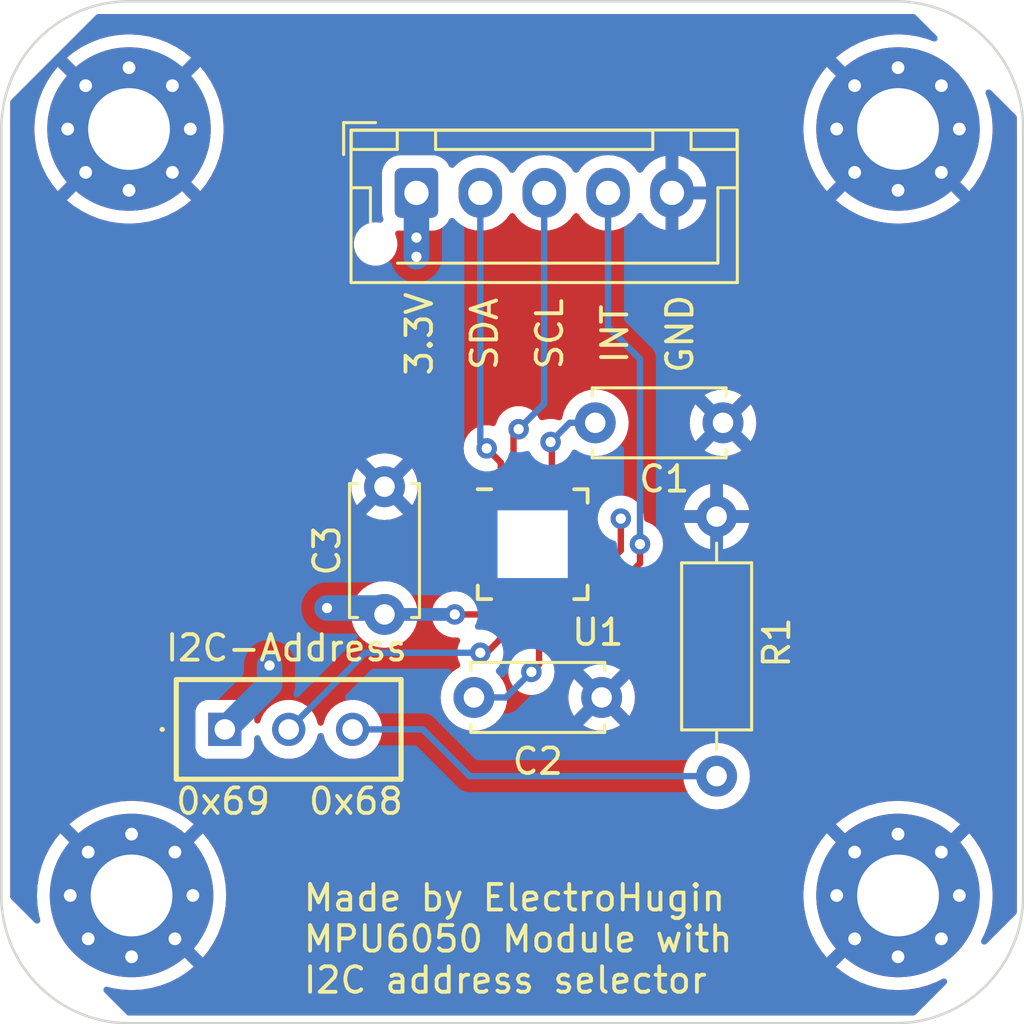
<source format=kicad_pcb>
(kicad_pcb (version 20221018) (generator pcbnew)
  (layers (0 "F.Cu" signal) (1 "In1.Cu" power) (2 "In2.Cu" power) (31 "B.Cu" signal) (34 "B.Paste" user) (35 "F.Paste" user) (36 "B.SilkS" user "B.Silkscreen") (37 "F.SilkS" user "F.Silkscreen") (38 "B.Mask" user) (39 "F.Mask" user) (44 "Edge.Cuts" user))
  (net 0 "")
  (net 1 "Net-(U1-CPOUT)")
  (net 2 "GND")
  (net 3 "Net-(U1-REGOUT)")
  (net 4 "+3.3V")
  (net 5 "/SDA")
  (net 6 "/SCL")
  (net 7 "/MPU6050")
  (net 21 "Net-(SW1-C)")
  (net 22 "Net-(SW1-B)")
  (footprint "Capacitor_THT:C_Disc_D5.0mm_W2.5mm_P5.00mm" (layer "F.Cu") (at 135.25 78.5 -90)
    (fp_text reference "C3" (at 2.5 2.25 90) (layer "F.SilkS"))
    (fp_text value "0.1u")
    (fp_line (start -0.12 -1.37) (end -0.12 -1.055) (stroke (width 0.12)) (layer "F.SilkS"))
    (fp_line (start -0.12 -1.37) (end 5.12 -1.37) (stroke (width 0.12)) (layer "F.SilkS"))
    (fp_line (start -0.12 1.055) (end -0.12 1.37) (stroke (width 0.12)) (layer "F.SilkS"))
    (fp_line (start -0.12 1.37) (end 5.12 1.37) (stroke (width 0.12)) (layer "F.SilkS"))
    (fp_line (start 5.12 -1.37) (end 5.12 -1.055) (stroke (width 0.12)) (layer "F.SilkS"))
    (fp_line (start 5.12 1.055) (end 5.12 1.37) (stroke (width 0.12)) (layer "F.SilkS"))
    (pad "1" thru_hole circle (at 0 0 270) (size 1.6 1.6) (drill 0.8) (layers "*.Cu" "*.Mask") (net 2 "GND"))
    (pad "2" thru_hole circle (at 5 0 270) (size 1.6 1.6) (drill 0.8) (layers "*.Cu" "*.Mask") (net 4 "+3.3V"))
  )
  (footprint "Capacitor_THT:C_Disc_D5.0mm_W2.5mm_P5.00mm" (layer "F.Cu") (at 143.75 86.75 180)
    (fp_text reference "C2" (at 2.5 -2.5) (layer "F.SilkS"))
    (fp_text value "0.1u")
    (fp_line (start -0.12 -1.37) (end -0.12 -1.055) (stroke (width 0.12)) (layer "F.SilkS"))
    (fp_line (start -0.12 -1.37) (end 5.12 -1.37) (stroke (width 0.12)) (layer "F.SilkS"))
    (fp_line (start -0.12 1.055) (end -0.12 1.37) (stroke (width 0.12)) (layer "F.SilkS"))
    (fp_line (start -0.12 1.37) (end 5.12 1.37) (stroke (width 0.12)) (layer "F.SilkS"))
    (fp_line (start 5.12 -1.37) (end 5.12 -1.055) (stroke (width 0.12)) (layer "F.SilkS"))
    (fp_line (start 5.12 1.055) (end 5.12 1.37) (stroke (width 0.12)) (layer "F.SilkS"))
    (pad "1" thru_hole circle (at 0 0 180) (size 1.6 1.6) (drill 0.8) (layers "*.Cu" "*.Mask") (net 2 "GND"))
    (pad "2" thru_hole circle (at 5 0 180) (size 1.6 1.6) (drill 0.8) (layers "*.Cu" "*.Mask") (net 3 "Net-(U1-REGOUT)"))
  )
  (footprint "MountingHole:MountingHole_3.2mm_M3_Pad_Via" (layer "F.Cu") (at 155.35 94.5)
    (fp_text reference "H3" hide)
    (fp_text value "Hole_Pad" hide)
    (pad "1" thru_hole circle (at -2.4 0) (size 0.8 0.8) (drill 0.5) (layers "*.Cu" "*.Mask") (net 2 "GND"))
    (pad "1" thru_hole circle (at -1.697056 -1.697056) (size 0.8 0.8) (drill 0.5) (layers "*.Cu" "*.Mask") (net 2 "GND"))
    (pad "1" thru_hole circle (at -1.697056 1.697056) (size 0.8 0.8) (drill 0.5) (layers "*.Cu" "*.Mask") (net 2 "GND"))
    (pad "1" thru_hole circle (at 0 -2.4) (size 0.8 0.8) (drill 0.5) (layers "*.Cu" "*.Mask") (net 2 "GND"))
    (pad "1" thru_hole circle (at 0 0) (size 6.4 6.4) (drill 3.2) (layers "*.Cu" "*.Mask") (net 2 "GND"))
    (pad "1" thru_hole circle (at 0 2.4) (size 0.8 0.8) (drill 0.5) (layers "*.Cu" "*.Mask") (net 2 "GND"))
    (pad "1" thru_hole circle (at 1.697056 -1.697056) (size 0.8 0.8) (drill 0.5) (layers "*.Cu" "*.Mask") (net 2 "GND"))
    (pad "1" thru_hole circle (at 1.697056 1.697056) (size 0.8 0.8) (drill 0.5) (layers "*.Cu" "*.Mask") (net 2 "GND"))
    (pad "1" thru_hole circle (at 2.4 0) (size 0.8 0.8) (drill 0.5) (layers "*.Cu" "*.Mask") (net 2 "GND"))
  )
  (footprint "Resistor_THT:R_Axial_DIN0207_L6.3mm_D2.5mm_P10.16mm_Horizontal" (layer "F.Cu") (at 148.25 89.83 90)
    (fp_text reference "R1" (at 5.23 2.35 90) (layer "F.SilkS"))
    (fp_text value "4k7")
    (fp_line (start 1.04 0) (end 1.81 0) (stroke (width 0.12)) (layer "F.SilkS"))
    (fp_line (start 1.81 -1.37) (end 1.81 1.37) (stroke (width 0.12)) (layer "F.SilkS"))
    (fp_line (start 1.81 1.37) (end 8.35 1.37) (stroke (width 0.12)) (layer "F.SilkS"))
    (fp_line (start 8.35 -1.37) (end 1.81 -1.37) (stroke (width 0.12)) (layer "F.SilkS"))
    (fp_line (start 8.35 1.37) (end 8.35 -1.37) (stroke (width 0.12)) (layer "F.SilkS"))
    (fp_line (start 9.12 0) (end 8.35 0) (stroke (width 0.12)) (layer "F.SilkS"))
    (pad "1" thru_hole circle (at 0 0 90) (size 1.6 1.6) (drill 0.8) (layers "*.Cu" "*.Mask") (net 21 "Net-(SW1-C)"))
    (pad "2" thru_hole oval (at 10.16 0 90) (size 1.6 1.6) (drill 0.8) (layers "*.Cu" "*.Mask") (net 2 "GND"))
  )
  (footprint "MountingHole:MountingHole_3.2mm_M3_Pad_Via" (layer "F.Cu") (at 125.25 64.5)
    (fp_text reference "H1" hide)
    (fp_text value "Hole_Pad" hide)
    (pad "1" thru_hole circle (at -2.4 0) (size 0.8 0.8) (drill 0.5) (layers "*.Cu" "*.Mask") (net 2 "GND"))
    (pad "1" thru_hole circle (at -1.697056 -1.697056) (size 0.8 0.8) (drill 0.5) (layers "*.Cu" "*.Mask") (net 2 "GND"))
    (pad "1" thru_hole circle (at -1.697056 1.697056) (size 0.8 0.8) (drill 0.5) (layers "*.Cu" "*.Mask") (net 2 "GND"))
    (pad "1" thru_hole circle (at 0 -2.4) (size 0.8 0.8) (drill 0.5) (layers "*.Cu" "*.Mask") (net 2 "GND"))
    (pad "1" thru_hole circle (at 0 0) (size 6.4 6.4) (drill 3.2) (layers "*.Cu" "*.Mask") (net 2 "GND"))
    (pad "1" thru_hole circle (at 0 2.4) (size 0.8 0.8) (drill 0.5) (layers "*.Cu" "*.Mask") (net 2 "GND"))
    (pad "1" thru_hole circle (at 1.697056 -1.697056) (size 0.8 0.8) (drill 0.5) (layers "*.Cu" "*.Mask") (net 2 "GND"))
    (pad "1" thru_hole circle (at 1.697056 1.697056) (size 0.8 0.8) (drill 0.5) (layers "*.Cu" "*.Mask") (net 2 "GND"))
    (pad "1" thru_hole circle (at 2.4 0) (size 0.8 0.8) (drill 0.5) (layers "*.Cu" "*.Mask") (net 2 "GND"))
  )
  (footprint "MountingHole:MountingHole_3.2mm_M3_Pad_Via" (layer "F.Cu") (at 155.35 64.5)
    (fp_text reference "H2" hide)
    (fp_text value "Hole_Pad" hide)
    (pad "1" thru_hole circle (at -2.4 0) (size 0.8 0.8) (drill 0.5) (layers "*.Cu" "*.Mask") (net 2 "GND"))
    (pad "1" thru_hole circle (at -1.697056 -1.697056) (size 0.8 0.8) (drill 0.5) (layers "*.Cu" "*.Mask") (net 2 "GND"))
    (pad "1" thru_hole circle (at -1.697056 1.697056) (size 0.8 0.8) (drill 0.5) (layers "*.Cu" "*.Mask") (net 2 "GND"))
    (pad "1" thru_hole circle (at 0 -2.4) (size 0.8 0.8) (drill 0.5) (layers "*.Cu" "*.Mask") (net 2 "GND"))
    (pad "1" thru_hole circle (at 0 0) (size 6.4 6.4) (drill 3.2) (layers "*.Cu" "*.Mask") (net 2 "GND"))
    (pad "1" thru_hole circle (at 0 2.4) (size 0.8 0.8) (drill 0.5) (layers "*.Cu" "*.Mask") (net 2 "GND"))
    (pad "1" thru_hole circle (at 1.697056 -1.697056) (size 0.8 0.8) (drill 0.5) (layers "*.Cu" "*.Mask") (net 2 "GND"))
    (pad "1" thru_hole circle (at 1.697056 1.697056) (size 0.8 0.8) (drill 0.5) (layers "*.Cu" "*.Mask") (net 2 "GND"))
    (pad "1" thru_hole circle (at 2.4 0) (size 0.8 0.8) (drill 0.5) (layers "*.Cu" "*.Mask") (net 2 "GND"))
  )
  (footprint "SamacSys:SLW8839352AD" (layer "F.Cu") (at 129 88)
    (fp_text reference "SW1" hide)
    (fp_text value "SW_SPDT" hide)
    (fp_line (start -2.5 0) (end -2.5 0) (stroke (width 0.1)) (layer "F.SilkS"))
    (fp_line (start -2.4 0) (end -2.4 0) (stroke (width 0.1)) (layer "F.SilkS"))
    (fp_line (start -1.9 -1.95) (end 6.9 -1.95) (stroke (width 0.2)) (layer "F.SilkS"))
    (fp_line (start -1.9 1.95) (end -1.9 -1.95) (stroke (width 0.2)) (layer "F.SilkS"))
    (fp_line (start 6.9 -1.95) (end 6.9 1.95) (stroke (width 0.2)) (layer "F.SilkS"))
    (fp_line (start 6.9 1.95) (end -1.9 1.95) (stroke (width 0.2)) (layer "F.SilkS"))
    (fp_arc (start -2.5 0) (mid -2.45 -0.05) (end -2.4 0) (stroke (width 0.1)) (layer "F.SilkS"))
    (fp_arc (start -2.4 0) (mid -2.45 0.05) (end -2.5 0) (stroke (width 0.1)) (layer "F.SilkS"))
    (pad "1" thru_hole rect (at 0 0) (size 1.3 1.3) (drill 0.8) (layers "*.Cu" "*.Mask") (net 4 "+3.3V"))
    (pad "2" thru_hole circle (at 2.5 0) (size 1.3 1.3) (drill 0.8) (layers "*.Cu" "*.Mask") (net 22 "Net-(SW1-B)"))
    (pad "3" thru_hole circle (at 5 0) (size 1.3 1.3) (drill 0.8) (layers "*.Cu" "*.Mask") (net 21 "Net-(SW1-C)"))
  )
  (footprint "Capacitor_THT:C_Disc_D5.0mm_W2.5mm_P5.00mm" (layer "F.Cu") (at 143.5 76)
    (fp_text reference "C1" (at 2.7 2.2) (layer "F.SilkS"))
    (fp_text value "2200p")
    (fp_line (start -0.12 -1.37) (end -0.12 -1.055) (stroke (width 0.12)) (layer "F.SilkS"))
    (fp_line (start -0.12 -1.37) (end 5.12 -1.37) (stroke (width 0.12)) (layer "F.SilkS"))
    (fp_line (start -0.12 1.055) (end -0.12 1.37) (stroke (width 0.12)) (layer "F.SilkS"))
    (fp_line (start -0.12 1.37) (end 5.12 1.37) (stroke (width 0.12)) (layer "F.SilkS"))
    (fp_line (start 5.12 -1.37) (end 5.12 -1.055) (stroke (width 0.12)) (layer "F.SilkS"))
    (fp_line (start 5.12 1.055) (end 5.12 1.37) (stroke (width 0.12)) (layer "F.SilkS"))
    (pad "1" thru_hole circle (at 0 0) (size 1.6 1.6) (drill 0.8) (layers "*.Cu" "*.Mask") (net 1 "Net-(U1-CPOUT)"))
    (pad "2" thru_hole circle (at 5 0) (size 1.6 1.6) (drill 0.8) (layers "*.Cu" "*.Mask") (net 2 "GND"))
  )
  (footprint "MountingHole:MountingHole_3.2mm_M3_Pad_Via" (layer "F.Cu") (at 125.35 94.5)
    (fp_text reference "H4" hide)
    (fp_text value "Hole_Pad" hide)
    (pad "1" thru_hole circle (at -2.4 0) (size 0.8 0.8) (drill 0.5) (layers "*.Cu" "*.Mask") (net 2 "GND"))
    (pad "1" thru_hole circle (at -1.697056 -1.697056) (size 0.8 0.8) (drill 0.5) (layers "*.Cu" "*.Mask") (net 2 "GND"))
    (pad "1" thru_hole circle (at -1.697056 1.697056) (size 0.8 0.8) (drill 0.5) (layers "*.Cu" "*.Mask") (net 2 "GND"))
    (pad "1" thru_hole circle (at 0 -2.4) (size 0.8 0.8) (drill 0.5) (layers "*.Cu" "*.Mask") (net 2 "GND"))
    (pad "1" thru_hole circle (at 0 0) (size 6.4 6.4) (drill 3.2) (layers "*.Cu" "*.Mask") (net 2 "GND"))
    (pad "1" thru_hole circle (at 0 2.4) (size 0.8 0.8) (drill 0.5) (layers "*.Cu" "*.Mask") (net 2 "GND"))
    (pad "1" thru_hole circle (at 1.697056 -1.697056) (size 0.8 0.8) (drill 0.5) (layers "*.Cu" "*.Mask") (net 2 "GND"))
    (pad "1" thru_hole circle (at 1.697056 1.697056) (size 0.8 0.8) (drill 0.5) (layers "*.Cu" "*.Mask") (net 2 "GND"))
    (pad "1" thru_hole circle (at 2.4 0) (size 0.8 0.8) (drill 0.5) (layers "*.Cu" "*.Mask") (net 2 "GND"))
  )
  (footprint "Connector_JST:JST_XH_B5B-XH-AM_1x05_P2.50mm_Vertical" (layer "F.Cu") (at 136.5 67)
    (fp_text reference "J1" hide)
    (fp_text value "Conn_01x05" hide)
    (fp_line (start -2.85 -2.75) (end -2.85 -1.5) (stroke (width 0.12)) (layer "F.SilkS"))
    (fp_line (start -2.56 -2.46) (end -2.56 3.51) (stroke (width 0.12)) (layer "F.SilkS"))
    (fp_line (start -2.56 3.51) (end 12.56 3.51) (stroke (width 0.12)) (layer "F.SilkS"))
    (fp_line (start -2.55 -2.45) (end -2.55 -1.7) (stroke (width 0.12)) (layer "F.SilkS"))
    (fp_line (start -2.55 -1.7) (end -0.75 -1.7) (stroke (width 0.12)) (layer "F.SilkS"))
    (fp_line (start -2.55 -0.2) (end -1.8 -0.2) (stroke (width 0.12)) (layer "F.SilkS"))
    (fp_line (start -1.8 -0.2) (end -1.8 1.14) (stroke (width 0.12)) (layer "F.SilkS"))
    (fp_line (start -1.6 -2.75) (end -2.85 -2.75) (stroke (width 0.12)) (layer "F.SilkS"))
    (fp_line (start -0.75 -2.45) (end -2.55 -2.45) (stroke (width 0.12)) (layer "F.SilkS"))
    (fp_line (start -0.75 -1.7) (end -0.75 -2.45) (stroke (width 0.12)) (layer "F.SilkS"))
    (fp_line (start 0.75 -2.45) (end 0.75 -1.7) (stroke (width 0.12)) (layer "F.SilkS"))
    (fp_line (start 0.75 -1.7) (end 9.25 -1.7) (stroke (width 0.12)) (layer "F.SilkS"))
    (fp_line (start 5 2.75) (end -0.74 2.75) (stroke (width 0.12)) (layer "F.SilkS"))
    (fp_line (start 9.25 -2.45) (end 0.75 -2.45) (stroke (width 0.12)) (layer "F.SilkS"))
    (fp_line (start 9.25 -1.7) (end 9.25 -2.45) (stroke (width 0.12)) (layer "F.SilkS"))
    (fp_line (start 10.75 -2.45) (end 10.75 -1.7) (stroke (width 0.12)) (layer "F.SilkS"))
    (fp_line (start 10.75 -1.7) (end 12.55 -1.7) (stroke (width 0.12)) (layer "F.SilkS"))
    (fp_line (start 11.8 -0.2) (end 11.8 2.75) (stroke (width 0.12)) (layer "F.SilkS"))
    (fp_line (start 11.8 2.75) (end 5 2.75) (stroke (width 0.12)) (layer "F.SilkS"))
    (fp_line (start 12.55 -2.45) (end 10.75 -2.45) (stroke (width 0.12)) (layer "F.SilkS"))
    (fp_line (start 12.55 -1.7) (end 12.55 -2.45) (stroke (width 0.12)) (layer "F.SilkS"))
    (fp_line (start 12.55 -0.2) (end 11.8 -0.2) (stroke (width 0.12)) (layer "F.SilkS"))
    (fp_line (start 12.56 -2.46) (end -2.56 -2.46) (stroke (width 0.12)) (layer "F.SilkS"))
    (fp_line (start 12.56 3.51) (end 12.56 -2.46) (stroke (width 0.12)) (layer "F.SilkS"))
    (pad "" np_thru_hole circle (at -1.6 2) (size 1.2 1.2) (drill 1.2) (layers "*.Cu" "*.Mask"))
    (pad "1" thru_hole roundrect (at 0 0) (size 1.7 1.95) (drill 0.95) (layers "*.Cu" "*.Mask") (roundrect_rratio 0.147059) (net 4 "+3.3V"))
    (pad "2" thru_hole oval (at 2.5 0) (size 1.7 1.95) (drill 0.95) (layers "*.Cu" "*.Mask") (net 5 "/SDA"))
    (pad "3" thru_hole oval (at 5 0) (size 1.7 1.95) (drill 0.95) (layers "*.Cu" "*.Mask") (net 6 "/SCL"))
    (pad "4" thru_hole oval (at 7.5 0) (size 1.7 1.95) (drill 0.95) (layers "*.Cu" "*.Mask") (net 7 "/MPU6050"))
    (pad "5" thru_hole oval (at 10 0) (size 1.7 1.95) (drill 0.95) (layers "*.Cu" "*.Mask") (net 2 "GND"))
  )
  (footprint "Sensor_Motion:InvenSense_QFN-24_4x4mm_P0.5mm" (layer "F.Cu") (at 141.05 80.75)
    (fp_text reference "U1" (at 2.55 3.45) (layer "F.SilkS"))
    (fp_text value "MPU-6050")
    (fp_line (start -2.15 -2.15) (end -1.625 -2.15) (stroke (width 0.15)) (layer "F.SilkS"))
    (fp_line (start -2.15 2.15) (end -2.15 1.625) (stroke (width 0.15)) (layer "F.SilkS"))
    (fp_line (start -2.15 2.15) (end -1.625 2.15) (stroke (width 0.15)) (layer "F.SilkS"))
    (fp_line (start 2.15 -2.15) (end 1.625 -2.15) (stroke (width 0.15)) (layer "F.SilkS"))
    (fp_line (start 2.15 -2.15) (end 2.15 -1.625) (stroke (width 0.15)) (layer "F.SilkS"))
    (fp_line (start 2.15 2.15) (end 1.625 2.15) (stroke (width 0.15)) (layer "F.SilkS"))
    (fp_line (start 2.15 2.15) (end 2.15 1.625) (stroke (width 0.15)) (layer "F.SilkS"))
    (pad "1" smd roundrect (at -1.95 -1.25) (size 0.85 0.3) (layers "F.Cu" "F.Paste" "F.Mask") (net 2 "GND"))
    (pad "2" smd roundrect (at -1.95 -0.75) (size 0.85 0.3) (layers "F.Cu" "F.Paste" "F.Mask"))
    (pad "3" smd roundrect (at -1.95 -0.25) (size 0.85 0.3) (layers "F.Cu" "F.Paste" "F.Mask"))
    (pad "4" smd roundrect (at -1.95 0.25) (size 0.85 0.3) (layers "F.Cu" "F.Paste" "F.Mask"))
    (pad "5" smd roundrect (at -1.95 0.75) (size 0.85 0.3) (layers "F.Cu" "F.Paste" "F.Mask"))
    (pad "6" smd roundrect (at -1.95 1.25) (size 0.85 0.3) (layers "F.Cu" "F.Paste" "F.Mask"))
    (pad "7" smd roundrect (at -1.25 1.95 90) (size 0.85 0.3) (layers "F.Cu" "F.Paste" "F.Mask"))
    (pad "8" smd roundrect (at -0.75 1.95 90) (size 0.85 0.3) (layers "F.Cu" "F.Paste" "F.Mask") (net 4 "+3.3V"))
    (pad "9" smd roundrect (at -0.25 1.95 90) (size 0.85 0.3) (layers "F.Cu" "F.Paste" "F.Mask") (net 22 "Net-(SW1-B)"))
    (pad "10" smd roundrect (at 0.25 1.95 90) (size 0.85 0.3) (layers "F.Cu" "F.Paste" "F.Mask") (net 3 "Net-(U1-REGOUT)"))
    (pad "11" smd roundrect (at 0.75 1.95 90) (size 0.85 0.3) (layers "F.Cu" "F.Paste" "F.Mask") (net 2 "GND"))
    (pad "12" smd roundrect (at 1.25 1.95 90) (size 0.85 0.3) (layers "F.Cu" "F.Paste" "F.Mask") (net 7 "/MPU6050"))
    (pad "13" smd roundrect (at 1.95 1.25) (size 0.85 0.3) (layers "F.Cu" "F.Paste" "F.Mask") (net 4 "+3.3V"))
    (pad "14" smd roundrect (at 1.95 0.75) (size 0.85 0.3) (layers "F.Cu" "F.Paste" "F.Mask"))
    (pad "15" smd roundrect (at 1.95 0.25) (size 0.85 0.3) (layers "F.Cu" "F.Paste" "F.Mask"))
    (pad "16" smd roundrect (at 1.95 -0.25) (size 0.85 0.3) (layers "F.Cu" "F.Paste" "F.Mask"))
    (pad "17" smd roundrect (at 1.95 -0.75) (size 0.85 0.3) (layers "F.Cu" "F.Paste" "F.Mask"))
    (pad "18" smd roundrect (at 1.95 -1.25) (size 0.85 0.3) (layers "F.Cu" "F.Paste" "F.Mask") (net 2 "GND"))
    (pad "19" smd roundrect (at 1.25 -1.95 90) (size 0.85 0.3) (layers "F.Cu" "F.Paste" "F.Mask"))
    (pad "20" smd roundrect (at 0.75 -1.95 90) (size 0.85 0.3) (layers "F.Cu" "F.Paste" "F.Mask") (net 1 "Net-(U1-CPOUT)"))
    (pad "21" smd roundrect (at 0.25 -1.95 90) (size 0.85 0.3) (layers "F.Cu" "F.Paste" "F.Mask"))
    (pad "22" smd roundrect (at -0.25 -1.95 90) (size 0.85 0.3) (layers "F.Cu" "F.Paste" "F.Mask"))
    (pad "23" smd roundrect (at -0.75 -1.95 90) (size 0.85 0.3) (layers "F.Cu" "F.Paste" "F.Mask") (net 6 "/SCL"))
    (pad "24" smd roundrect (at -1.25 -1.95 90) (size 0.85 0.3) (layers "F.Cu" "F.Paste" "F.Mask") (net 5 "/SDA"))
    (zone (net 0) (net_name "") (layer "F.Cu") (connect_pads (clearance 0)) (min_thickness 0.254)
      (keepout (tracks not_allowed) (vias not_allowed) (pads not_allowed) (copperpour not_allowed) (footprints allowed))
      (fill (thermal_gap 0.508) (thermal_bridge_width 0.508))
      (polygon (pts (xy 139.675 79.425) (xy 142.425 79.425) (xy 142.425 82.075) (xy 139.675 82.075)))
    )
  )
  (gr_line (start 155.25 59.5) (end 125.25 59.5) (stroke (width 0.1)) (layer "Edge.Cuts"))
  (gr_arc (start 155.25 59.5) (mid 158.785534 60.964466) (end 160.25 64.5) (stroke (width 0.1)) (layer "Edge.Cuts"))
  (gr_arc (start 120.25 64.5) (mid 121.714466 60.964466) (end 125.25 59.5) (stroke (width 0.1)) (layer "Edge.Cuts"))
  (gr_line (start 125.25 99.5) (end 155.25 99.5) (stroke (width 0.1)) (layer "Edge.Cuts"))
  (gr_line (start 160.25 94.5) (end 160.25 64.5) (stroke (width 0.1)) (layer "Edge.Cuts"))
  (gr_line (start 120.25 64.5) (end 120.25 94.5) (stroke (width 0.1)) (layer "Edge.Cuts"))
  (gr_arc (start 125.25 99.5) (mid 121.714466 98.035534) (end 120.25 94.5) (stroke (width 0.1)) (layer "Edge.Cuts"))
  (gr_arc (start 160.25 94.5) (mid 158.785534 98.035534) (end 155.25 99.5) (stroke (width 0.1)) (layer "Edge.Cuts"))
  (gr_text "GND" (at 147.4 74.142857 90) (layer "F.SilkS") (effects (font (size 1 1)) (justify left bottom)))
  (gr_text "INT" (at 144.85 73.761904 90) (layer "F.SilkS") (effects (font (size 1 1)) (justify left bottom)))
  (gr_text "SDA" (at 139.75 74.023809 90) (layer "F.SilkS") (effects (font (size 1 1)) (justify left bottom)))
  (gr_text "3.3V" (at 137.2 74.238095 90) (layer "F.SilkS") (effects (font (size 1 1)) (justify left bottom)))
  (gr_text "SCL" (at 142.3 74 90) (layer "F.SilkS") (effects (font (size 1 1)) (justify left bottom)))
  (gr_text "I2C-Address" (at 126.6 85.4) (layer "F.SilkS") (effects (font (size 1 1)) (justify left bottom)))
  (gr_text "0x68" (at 132.2 91.4) (layer "F.SilkS") (effects (font (size 1 1)) (justify left bottom)))
  (gr_text "Made by ElectroHugin\nMPU6050 Module with \nI2C address selector" (at 132 98.4) (layer "F.SilkS") (effects (font (size 1 1)) (justify left bottom)))
  (gr_text "0x69" (at 127 91.4) (layer "F.SilkS") (effects (font (size 1 1)) (justify left bottom)))
  (segment (start 141.75 76.75) (end 141.8 76.8) (width 0.25) (layer "F.Cu") (net 1))
  (segment (start 141.8 76.8) (end 141.8 78.8) (width 0.25) (layer "F.Cu") (net 1))
  (via (at 141.75 76.75) (size 0.8) (drill 0.4) (layers "F.Cu" "B.Cu") (net 1))
  (segment (start 143.5 76) (end 142.5 76) (width 0.25) (layer "B.Cu") (net 1))
  (segment (start 142.5 76) (end 141.75 76.75) (width 0.25) (layer "B.Cu") (net 1))
  (segment (start 143 79.5) (end 143 79) (width 0.25) (layer "F.Cu") (net 2))
  (segment (start 143 79) (end 143.4 78.6) (width 0.25) (layer "F.Cu") (net 2))
  (segment (start 141.8 83.4) (end 142.3 83.9) (width 0.25) (layer "F.Cu") (net 2))
  (segment (start 141.8 82.7) (end 141.8 83.4) (width 0.25) (layer "F.Cu") (net 2))
  (segment (start 139.1 79.5) (end 138.7 79.5) (width 0.25) (layer "F.Cu") (net 2))
  (segment (start 138.7 79.5) (end 138 78.8) (width 0.25) (layer "F.Cu") (net 2))
  (segment (start 141.3 85.45) (end 141.3 82.7) (width 0.25) (layer "F.Cu") (net 3))
  (segment (start 141 85.75) (end 141.3 85.45) (width 0.25) (layer "F.Cu") (net 3))
  (via (at 141 85.75) (size 0.8) (drill 0.4) (layers "F.Cu" "B.Cu") (net 3))
  (segment (start 140 86.75) (end 141 85.75) (width 0.25) (layer "B.Cu") (net 3))
  (segment (start 141 85.75) (end 140.875 85.875) (width 0.25) (layer "B.Cu") (net 3))
  (segment (start 138.75 86.75) (end 140 86.75) (width 0.25) (layer "B.Cu") (net 3))
  (segment (start 144.5 80.990685) (end 144.5 79.75) (width 0.25) (layer "F.Cu") (net 4))
  (segment (start 140.3 82.7) (end 140.3 83.190685) (width 0.25) (layer "F.Cu") (net 4))
  (segment (start 143 82) (end 143.490685 82) (width 0.25) (layer "F.Cu") (net 4))
  (segment (start 143.490685 82) (end 144.5 80.990685) (width 0.25) (layer "F.Cu") (net 4))
  (segment (start 140.3 83.190685) (end 139.990685 83.5) (width 0.25) (layer "F.Cu") (net 4))
  (segment (start 139.990685 83.5) (end 138 83.5) (width 0.25) (layer "F.Cu") (net 4))
  (via (at 144.5 79.75) (size 0.8) (drill 0.4) (layers "F.Cu" "B.Cu") (net 4))
  (via (at 138 83.5) (size 0.8) (drill 0.4) (layers "F.Cu" "B.Cu") (net 4))
  (via blind (at 136.5 69.5) (size 0.8) (drill 0.4) (layers "In2.Cu" "B.Cu") (net 4))
  (via blind (at 130.75 85.5) (size 0.8) (drill 0.4) (layers "In2.Cu" "B.Cu") (net 4))
  (via blind (at 133 83.25) (size 0.8) (drill 0.4) (layers "In2.Cu" "B.Cu") (net 4))
  (via blind (at 136.5 68.75) (size 0.8) (drill 0.4) (layers "In2.Cu" "B.Cu") (net 4))
  (segment (start 136.5 68.75) (end 136.5 69.5) (width 1) (layer "B.Cu") (net 4))
  (segment (start 136.5 67) (end 136.5 68.75) (width 1) (layer "B.Cu") (net 4))
  (segment (start 133 83.25) (end 135 83.25) (width 1) (layer "B.Cu") (net 4))
  (segment (start 135 83.25) (end 135.25 83.5) (width 1) (layer "B.Cu") (net 4))
  (segment (start 138 83.5) (end 135.25 83.5) (width 0.5) (layer "B.Cu") (net 4))
  (segment (start 130.75 86.25) (end 129 88) (width 1) (layer "B.Cu") (net 4))
  (segment (start 130.75 85.5) (end 130.75 86.25) (width 1) (layer "B.Cu") (net 4))
  (segment (start 139.8 77.55) (end 139.25 77) (width 0.25) (layer "F.Cu") (net 5))
  (segment (start 139.8 78.8) (end 139.8 77.55) (width 0.25) (layer "F.Cu") (net 5))
  (via (at 139.25 77) (size 0.8) (drill 0.4) (layers "F.Cu" "B.Cu") (net 5))
  (segment (start 139.25 77) (end 139 76.75) (width 0.25) (layer "B.Cu") (net 5))
  (segment (start 139 76.75) (end 139 67) (width 0.25) (layer "B.Cu") (net 5))
  (segment (start 140.3 78.8) (end 140.3 77) (width 0.25) (layer "F.Cu") (net 6))
  (segment (start 140.3 76.45) (end 140.5 76.25) (width 0.25) (layer "F.Cu") (net 6))
  (segment (start 140.3 77) (end 140.3 76.45) (width 0.25) (layer "F.Cu") (net 6))
  (via (at 140.5 76.25) (size 0.8) (drill 0.4) (layers "F.Cu" "B.Cu") (net 6))
  (segment (start 140.5 76.25) (end 141.5 75.25) (width 0.25) (layer "B.Cu") (net 6))
  (segment (start 141.5 75.25) (end 141.5 67) (width 0.25) (layer "B.Cu") (net 6))
  (segment (start 145.25 81.5) (end 144 82.75) (width 0.25) (layer "F.Cu") (net 7))
  (segment (start 144 82.75) (end 142.35 82.75) (width 0.25) (layer "F.Cu") (net 7))
  (segment (start 142.35 82.75) (end 142.3 82.7) (width 0.25) (layer "F.Cu") (net 7))
  (segment (start 145.25 80.75) (end 145.25 81.5) (width 0.25) (layer "F.Cu") (net 7))
  (via (at 145.25 80.75) (size 0.8) (drill 0.4) (layers "F.Cu" "B.Cu") (net 7))
  (segment (start 144 72.25) (end 145 73.25) (width 0.25) (layer "B.Cu") (net 7))
  (segment (start 145.25 73.5) (end 145.25 80.75) (width 0.25) (layer "B.Cu") (net 7))
  (segment (start 144 67) (end 144 72.25) (width 0.25) (layer "B.Cu") (net 7))
  (segment (start 145 73.25) (end 145.25 73.5) (width 0.25) (layer "B.Cu") (net 7))
  (segment (start 138.58 89.83) (end 148.25 89.83) (width 0.25) (layer "B.Cu") (net 21))
  (segment (start 136.75 88) (end 138.58 89.83) (width 0.25) (layer "B.Cu") (net 21))
  (segment (start 134 88) (end 136.75 88) (width 0.25) (layer "B.Cu") (net 21))
  (segment (start 139.25 85) (end 140.8 83.45) (width 0.25) (layer "F.Cu") (net 22))
  (segment (start 140.8 83.45) (end 140.8 82.7) (width 0.25) (layer "F.Cu") (net 22))
  (segment (start 139 85) (end 139.25 85) (width 0.25) (layer "F.Cu") (net 22))
  (via (at 139 85) (size 0.8) (drill 0.4) (layers "F.Cu" "B.Cu") (net 22))
  (segment (start 134.5 85) (end 139 85) (width 0.25) (layer "B.Cu") (net 22))
  (segment (start 131.5 88) (end 134.5 85) (width 0.25) (layer "B.Cu") (net 22))
  (zone (net 0) (net_name "") (layers "F.Cu" "In1.Cu" "In2.Cu" "B.Cu") (connect_pads (clearance 0)) (min_thickness 0.25)
    (keepout (tracks not_allowed) (vias not_allowed) (pads not_allowed) (copperpour not_allowed) (footprints allowed))
    (fill (thermal_gap 0.5) (thermal_bridge_width 0.5))
    (polygon (pts (xy 139.675 79.425) (xy 139.675 82.075) (xy 142.425 82.075) (xy 142.425 79.425)))
  )
  (zone (net 2) (net_name "GND") (layers "F.Cu" "In1.Cu" "In2.Cu" "B.Cu") (connect_pads (clearance 0.5)) (min_thickness 0.25) (fill yes (thermal_gap 0.5) (thermal_bridge_width 0.5))
    (polygon (pts (xy 156 60) (xy 160 64) (xy 160 95.2) (xy 156 99.2) (xy 125.2 99.2) (xy 120.6 94.6) (xy 120.6 63.4) (xy 124 60)))
  )
)
</source>
